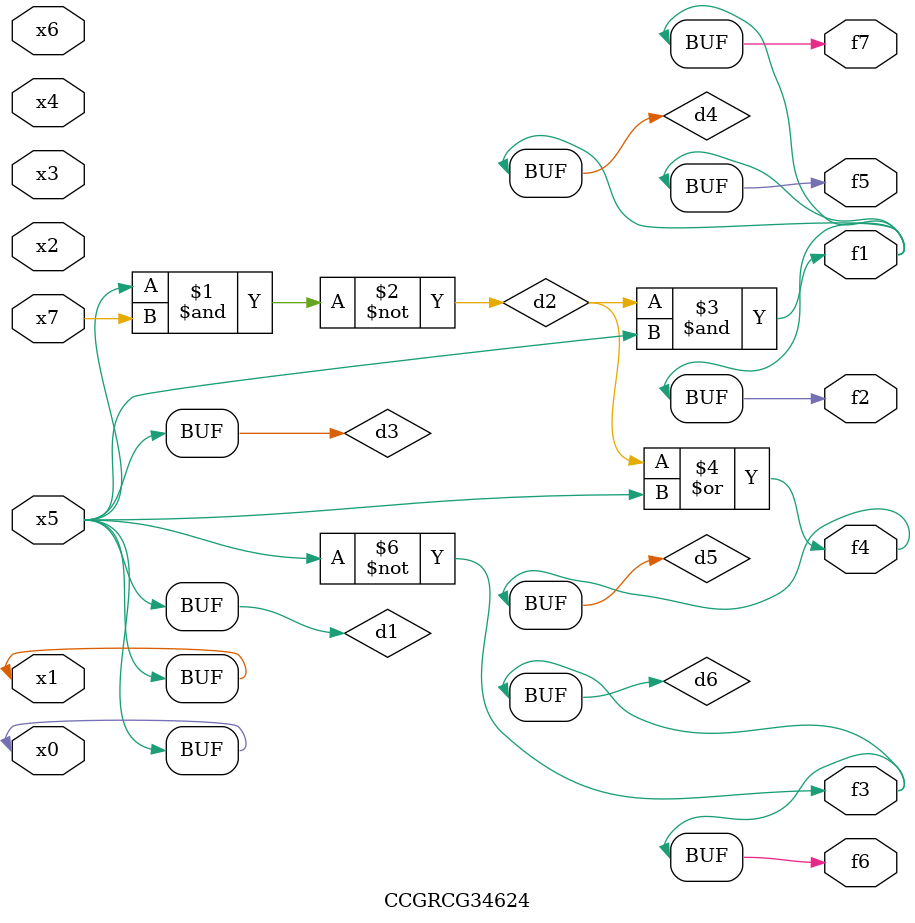
<source format=v>
module CCGRCG34624(
	input x0, x1, x2, x3, x4, x5, x6, x7,
	output f1, f2, f3, f4, f5, f6, f7
);

	wire d1, d2, d3, d4, d5, d6;

	buf (d1, x0, x5);
	nand (d2, x5, x7);
	buf (d3, x0, x1);
	and (d4, d2, d3);
	or (d5, d2, d3);
	nor (d6, d1, d3);
	assign f1 = d4;
	assign f2 = d4;
	assign f3 = d6;
	assign f4 = d5;
	assign f5 = d4;
	assign f6 = d6;
	assign f7 = d4;
endmodule

</source>
